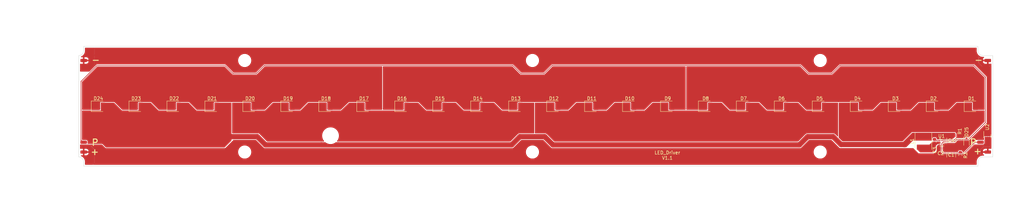
<source format=kicad_pcb>
(kicad_pcb (version 20221018) (generator pcbnew)
  (layers (0 "F.Cu" signal) (31 "B.Cu" signal) (34 "B.Paste" user) (35 "F.Paste" user) (36 "B.SilkS" user "B.Silkscreen") (37 "F.SilkS" user "F.Silkscreen") (38 "B.Mask" user) (39 "F.Mask" user) (44 "Edge.Cuts" user))
  (net 0 "")
  (net 1 "GND")
  (net 2 "+24V")
  (net 3 "Net-(U1-BOOT)")
  (net 4 "Net-(U1-SW)")
  (net 5 "Net-(D21-A)")
  (net 6 "Net-(D1-K)")
  (net 7 "Net-(D1-A)")
  (net 8 "Net-(D10-K)")
  (net 9 "Net-(D10-A)")
  (net 10 "Net-(D13-A)")
  (net 11 "Net-(D17-A)")
  (net 12 "Net-(D25-K)")
  (footprint "LED_SMD:LED_PLCC_2835" (layer "F.Cu") (at 331.76 94.5)
    (fp_text reference "D3" (at 0 -2.4) (layer "F.SilkS"))
    (fp_text value "JE2835AWT-R-U40GA0000-N0000001")
    (fp_line (start -2.2 -1.6) (end -2.2 1.6) (stroke (width 0.12)) (layer "F.SilkS"))
    (fp_line (start 1.4 -1.6) (end -2.2 -1.6) (stroke (width 0.12)) (layer "F.SilkS"))
    (fp_line (start 1.4 1.6) (end -2.2 1.6) (stroke (width 0.12)) (layer "F.SilkS"))
    (pad "1" smd rect (at -0.9 0) (size 2.2 2.2) (layers "F.Cu" "F.Paste" "F.Mask") (net 6 "Net-(D1-K)"))
    (pad "2" smd rect (at 1.375 0) (size 1.25 2.2) (layers "F.Cu" "F.Paste" "F.Mask") (net 7 "Net-(D1-A)"))
  )
  (footprint "LED_SMD:LED_PLCC_2835" (layer "F.Cu") (at 262.11 94.5)
    (fp_text reference "D9" (at 0 -2.4) (layer "F.SilkS"))
    (fp_text value "JE2835AWT-R-U40GA0000-N0000001")
    (fp_line (start -2.2 -1.6) (end -2.2 1.6) (stroke (width 0.12)) (layer "F.SilkS"))
    (fp_line (start 1.4 -1.6) (end -2.2 -1.6) (stroke (width 0.12)) (layer "F.SilkS"))
    (fp_line (start 1.4 1.6) (end -2.2 1.6) (stroke (width 0.12)) (layer "F.SilkS"))
    (pad "1" smd rect (at -0.9 0) (size 2.2 2.2) (layers "F.Cu" "F.Paste" "F.Mask") (net 8 "Net-(D10-K)"))
    (pad "2" smd rect (at 1.375 0) (size 1.25 2.2) (layers "F.Cu" "F.Paste" "F.Mask") (net 9 "Net-(D10-A)"))
  )
  (footprint "LED_SMD:LED_PLCC_2835" (layer "F.Cu") (at 169.22 94.5)
    (fp_text reference "D17" (at 0 -2.4) (layer "F.SilkS"))
    (fp_text value "JE2835AWT-R-U40GA0000-N0000001")
    (fp_line (start -2.2 -1.6) (end -2.2 1.6) (stroke (width 0.12)) (layer "F.SilkS"))
    (fp_line (start 1.4 -1.6) (end -2.2 -1.6) (stroke (width 0.12)) (layer "F.SilkS"))
    (fp_line (start 1.4 1.6) (end -2.2 1.6) (stroke (width 0.12)) (layer "F.SilkS"))
    (pad "1" smd rect (at -0.9 0) (size 2.2 2.2) (layers "F.Cu" "F.Paste" "F.Mask") (net 10 "Net-(D13-A)"))
    (pad "2" smd rect (at 1.375 0) (size 1.25 2.2) (layers "F.Cu" "F.Paste" "F.Mask") (net 11 "Net-(D17-A)"))
  )
  (footprint "MountingHole:MountingHole_3.2mm_M3" (layer "F.Cu") (at 308.75 80.5)
    (fp_text reference "H5" hide)
    (fp_text value "MountingHole")
    (pad "" np_thru_hole circle (at 0 0) (size 3.2 3.2) (drill 3.2) (layers "*.Cu" "*.Mask"))
  )
  (footprint "LED_SMD:LED_PLCC_2835" (layer "F.Cu") (at 320.15 94.5)
    (fp_text reference "D4" (at 0 -2.4) (layer "F.SilkS"))
    (fp_text value "JE2835AWT-R-U40GA0000-N0000001")
    (fp_line (start -2.2 -1.6) (end -2.2 1.6) (stroke (width 0.12)) (layer "F.SilkS"))
    (fp_line (start 1.4 -1.6) (end -2.2 -1.6) (stroke (width 0.12)) (layer "F.SilkS"))
    (fp_line (start 1.4 1.6) (end -2.2 1.6) (stroke (width 0.12)) (layer "F.SilkS"))
    (pad "1" smd rect (at -0.9 0) (size 2.2 2.2) (layers "F.Cu" "F.Paste" "F.Mask") (net 6 "Net-(D1-K)"))
    (pad "2" smd rect (at 1.375 0) (size 1.25 2.2) (layers "F.Cu" "F.Paste" "F.Mask") (net 7 "Net-(D1-A)"))
  )
  (footprint "MountingHole:MountingHole_3.2mm_M3" (layer "F.Cu") (at 220.75 80.5)
    (fp_text reference "H4" hide)
    (fp_text value "MountingHole")
    (pad "" np_thru_hole circle (at 0 0) (size 3.2 3.2) (drill 3.2) (layers "*.Cu" "*.Mask"))
  )
  (footprint "MountingHole:MountingHole_3.2mm_M3" (layer "F.Cu") (at 308.75 108.5)
    (fp_text reference "H3" hide)
    (fp_text value "MountingHole")
    (pad "" np_thru_hole circle (at 0 0) (size 3.2 3.2) (drill 3.2) (layers "*.Cu" "*.Mask"))
  )
  (footprint "LED_SMD:LED_PLCC_2835" (layer "F.Cu") (at 250.49 94.5)
    (fp_text reference "D10" (at 0 -2.4) (layer "F.SilkS"))
    (fp_text value "JE2835AWT-R-U40GA0000-N0000001")
    (fp_line (start -2.2 -1.6) (end -2.2 1.6) (stroke (width 0.12)) (layer "F.SilkS"))
    (fp_line (start 1.4 -1.6) (end -2.2 -1.6) (stroke (width 0.12)) (layer "F.SilkS"))
    (fp_line (start 1.4 1.6) (end -2.2 1.6) (stroke (width 0.12)) (layer "F.SilkS"))
    (pad "1" smd rect (at -0.9 0) (size 2.2 2.2) (layers "F.Cu" "F.Paste" "F.Mask") (net 8 "Net-(D10-K)"))
    (pad "2" smd rect (at 1.375 0) (size 1.25 2.2) (layers "F.Cu" "F.Paste" "F.Mask") (net 9 "Net-(D10-A)"))
  )
  (footprint "MountingHole:MountingHole_3.2mm_M3" (layer "F.Cu") (at 132.75 80.5)
    (fp_text reference "H7" hide)
    (fp_text value "MountingHole")
    (pad "" np_thru_hole circle (at 0 0) (size 3.2 3.2) (drill 3.2) (layers "*.Cu" "*.Mask"))
  )
  (footprint "LED_SMD:LED_PLCC_2835" (layer "F.Cu") (at 111.17 94.5)
    (fp_text reference "D22" (at 0 -2.4) (layer "F.SilkS"))
    (fp_text value "JE2835AWT-R-U40GA0000-N0000001")
    (fp_line (start -2.2 -1.6) (end -2.2 1.6) (stroke (width 0.12)) (layer "F.SilkS"))
    (fp_line (start 1.4 -1.6) (end -2.2 -1.6) (stroke (width 0.12)) (layer "F.SilkS"))
    (fp_line (start 1.4 1.6) (end -2.2 1.6) (stroke (width 0.12)) (layer "F.SilkS"))
    (pad "1" smd rect (at -0.9 0) (size 2.2 2.2) (layers "F.Cu" "F.Paste" "F.Mask") (net 11 "Net-(D17-A)"))
    (pad "2" smd rect (at 1.375 0) (size 1.25 2.2) (layers "F.Cu" "F.Paste" "F.Mask") (net 5 "Net-(D21-A)"))
  )
  (footprint "Inductor_SMD:L_Taiyo-Yuden_NR-50xx" (layer "F.Cu") (at 340.3 105.2 90)
    (fp_text reference "L1" (at 0 -3.45 90) (layer "F.SilkS"))
    (fp_text value "15µ")
    (fp_line (start -2.55 -2.55) (end 2.55 -2.55) (stroke (width 0.12)) (layer "F.SilkS"))
    (fp_line (start -2.55 2.55) (end 2.55 2.55) (stroke (width 0.12)) (layer "F.SilkS"))
    (pad "1" smd rect (at -1.8 0 90) (size 1.5 4) (layers "F.Cu" "F.Paste" "F.Mask") (net 4 "Net-(U1-SW)"))
    (pad "2" smd rect (at 1.8 0 90) (size 1.5 4) (layers "F.Cu" "F.Paste" "F.Mask") (net 5 "Net-(D21-A)"))
  )
  (footprint "LED_SMD:LED_PLCC_2835" (layer "F.Cu") (at 238.88 94.5)
    (fp_text reference "D11" (at 0 -2.4) (layer "F.SilkS"))
    (fp_text value "JE2835AWT-R-U40GA0000-N0000001")
    (fp_line (start -2.2 -1.6) (end -2.2 1.6) (stroke (width 0.12)) (layer "F.SilkS"))
    (fp_line (start 1.4 -1.6) (end -2.2 -1.6) (stroke (width 0.12)) (layer "F.SilkS"))
    (fp_line (start 1.4 1.6) (end -2.2 1.6) (stroke (width 0.12)) (layer "F.SilkS"))
    (pad "1" smd rect (at -0.9 0) (size 2.2 2.2) (layers "F.Cu" "F.Paste" "F.Mask") (net 8 "Net-(D10-K)"))
    (pad "2" smd rect (at 1.375 0) (size 1.25 2.2) (layers "F.Cu" "F.Paste" "F.Mask") (net 9 "Net-(D10-A)"))
  )
  (footprint "Diode_SMD:D_SOD-323" (layer "F.Cu") (at 353.5 105.4 -90)
    (fp_text reference "D25" (at -3.1 0 90) (layer "F.SilkS"))
    (fp_text value "3V3")
    (fp_line (start -1.5 -0.85) (end -1.5 0.85) (stroke (width 0.12)) (layer "F.SilkS"))
    (fp_line (start -1.5 -0.85) (end 1.05 -0.85) (stroke (width 0.12)) (layer "F.SilkS"))
    (fp_line (start -1.5 0.85) (end 1.05 0.85) (stroke (width 0.12)) (layer "F.SilkS"))
    (pad "1" smd rect (at -1.05 0 270) (size 0.6 0.45) (layers "F.Cu" "F.Paste" "F.Mask") (net 12 "Net-(D25-K)"))
    (pad "2" smd rect (at 1.05 0 270) (size 0.6 0.45) (layers "F.Cu" "F.Paste" "F.Mask") (net 1 "GND"))
  )
  (footprint "Capacitor_SMD:C_0603_1608Metric" (layer "F.Cu") (at 343.7 105.4 -90)
    (fp_text reference "C3" (at 2.5 -0.1 90) (layer "F.SilkS"))
    (fp_text value "100n")
    (fp_line (start -0.14058 -0.51) (end 0.14058 -0.51) (stroke (width 0.12)) (layer "F.SilkS"))
    (fp_line (start -0.14058 0.51) (end 0.14058 0.51) (stroke (width 0.12)) (layer "F.SilkS"))
    (pad "1" smd roundrect (at -0.775 0 270) (size 0.9 0.95) (layers "F.Cu" "F.Paste" "F.Mask") (net 3 "Net-(U1-BOOT)"))
    (pad "2" smd roundrect (at 0.775 0 270) (size 0.9 0.95) (layers "F.Cu" "F.Paste" "F.Mask") (net 4 "Net-(U1-SW)"))
  )
  (footprint "LED_SMD:LED_PLCC_2835" (layer "F.Cu") (at 308.54 94.5)
    (fp_text reference "D5" (at 0 -2.4) (layer "F.SilkS"))
    (fp_text value "JE2835AWT-R-U40GA0000-N0000001")
    (fp_line (start -2.2 -1.6) (end -2.2 1.6) (stroke (width 0.12)) (layer "F.SilkS"))
    (fp_line (start 1.4 -1.6) (end -2.2 -1.6) (stroke (width 0.12)) (layer "F.SilkS"))
    (fp_line (start 1.4 1.6) (end -2.2 1.6) (stroke (width 0.12)) (layer "F.SilkS"))
    (pad "1" smd rect (at -0.9 0) (size 2.2 2.2) (layers "F.Cu" "F.Paste" "F.Mask") (net 7 "Net-(D1-A)"))
    (pad "2" smd rect (at 1.375 0) (size 1.25 2.2) (layers "F.Cu" "F.Paste" "F.Mask") (net 8 "Net-(D10-K)"))
  )
  (footprint "LED_SMD:LED_PLCC_2835" (layer "F.Cu") (at 88 94.5)
    (fp_text reference "D24" (at 0 -2.4) (layer "F.SilkS"))
    (fp_text value "JE2835AWT-R-U40GA0000-N0000001")
    (fp_line (start -2.2 -1.6) (end -2.2 1.6) (stroke (width 0.12)) (layer "F.SilkS"))
    (fp_line (start 1.4 -1.6) (end -2.2 -1.6) (stroke (width 0.12)) (layer "F.SilkS"))
    (fp_line (start 1.4 1.6) (end -2.2 1.6) (stroke (width 0.12)) (layer "F.SilkS"))
    (pad "1" smd rect (at -0.9 0) (size 2.2 2.2) (layers "F.Cu" "F.Paste" "F.Mask") (net 11 "Net-(D17-A)"))
    (pad "2" smd rect (at 1.375 0) (size 1.25 2.2) (layers "F.Cu" "F.Paste" "F.Mask") (net 5 "Net-(D21-A)"))
  )
  (footprint "LED_SMD:LED_PLCC_2835" (layer "F.Cu") (at 227.27 94.5)
    (fp_text reference "D12" (at 0 -2.4) (layer "F.SilkS"))
    (fp_text value "JE2835AWT-R-U40GA0000-N0000001")
    (fp_line (start -2.2 -1.6) (end -2.2 1.6) (stroke (width 0.12)) (layer "F.SilkS"))
    (fp_line (start 1.4 -1.6) (end -2.2 -1.6) (stroke (width 0.12)) (layer "F.SilkS"))
    (fp_line (start 1.4 1.6) (end -2.2 1.6) (stroke (width 0.12)) (layer "F.SilkS"))
    (pad "1" smd rect (at -0.9 0) (size 2.2 2.2) (layers "F.Cu" "F.Paste" "F.Mask") (net 8 "Net-(D10-K)"))
    (pad "2" smd rect (at 1.375 0) (size 1.25 2.2) (layers "F.Cu" "F.Paste" "F.Mask") (net 9 "Net-(D10-A)"))
  )
  (footprint "LED_SMD:LED_PLCC_2835" (layer "F.Cu") (at 192.44 94.5)
    (fp_text reference "D15" (at 0 -2.4) (layer "F.SilkS"))
    (fp_text value "JE2835AWT-R-U40GA0000-N0000001")
    (fp_line (start -2.2 -1.6) (end -2.2 1.6) (stroke (width 0.12)) (layer "F.SilkS"))
    (fp_line (start 1.4 -1.6) (end -2.2 -1.6) (stroke (width 0.12)) (layer "F.SilkS"))
    (fp_line (start 1.4 1.6) (end -2.2 1.6) (stroke (width 0.12)) (layer "F.SilkS"))
    (pad "1" smd rect (at -0.9 0) (size 2.2 2.2) (layers "F.Cu" "F.Paste" "F.Mask") (net 9 "Net-(D10-A)"))
    (pad "2" smd rect (at 1.375 0) (size 1.25 2.2) (layers "F.Cu" "F.Paste" "F.Mask") (net 10 "Net-(D13-A)"))
  )
  (footprint "Bergi:Solderpad_1x2" (layer "F.Cu") (at 83.5 108.5)
    (fp_text reference "J2" hide)
    (fp_text value "Conn_01x01_Female")
    (pad "1" smd roundrect (at 0 0) (size 2 1) (layers "F.Cu" "F.Mask") (net 2 "+24V"))
  )
  (footprint "Bergi:Solderpad_1x2" (layer "F.Cu") (at 83.5 105.5)
    (fp_text reference "J4" hide)
    (fp_text value "Conn_01x01_Female")
    (pad "1" smd roundrect (at 0 0) (size 2 1) (layers "F.Cu" "F.Mask") (net 12 "Net-(D25-K)"))
  )
  (footprint "Bergi:VQFN-HR" (layer "F.Cu") (at 345.879 105.637)
    (fp_text reference "U1" (at -0.025 -2.037 unlocked) (layer "F.SilkS"))
    (fp_text value "TPS92200DxRXL")
    (fp_line (start -0.75 -1) (end 0.75 -1) (stroke (width 0.12)) (layer "F.SilkS"))
    (fp_line (start -0.75 0.475) (end -0.75 0.225) (stroke (width 0.12)) (layer "F.SilkS"))
    (fp_line (start -0.75 1) (end 0.75 1) (stroke (width 0.12)) (layer "F.SilkS"))
    (fp_line (start 0.75 0.475) (end 0.75 0) (stroke (width 0.12)) (layer "F.SilkS"))
    (fp_circle (center -0.5 -1.25) (end -0.45 -1.25) (stroke (width 0.12)) (fill none) (layer "F.SilkS"))
    (pad "1" smd roundrect (at -0.6 -0.7) (size 0.7 0.2) (layers "F.Cu" "F.Mask") (net 3 "Net-(U1-BOOT)"))
    (pad "2" smd roundrect (at -0.65 -0.05) (size 0.6 0.2) (layers "F.Cu" "F.Paste" "F.Mask") (net 4 "Net-(U1-SW)"))
    (pad "3" smd roundrect (at -0.6 0.75) (size 0.7 0.2) (layers "F.Cu" "F.Paste" "F.Mask") (net 2 "+24V"))
    (pad "4" smd roundrect (at 0.65 0.75) (size 0.6 0.2) (layers "F.Cu" "F.Paste" "F.Mask") (net 1 "GND"))
    (pad "5" smd roundrect (at 0.65 -0.275) (size 0.6 0.2) (layers "F.Cu" "F.Paste" "F.Mask") (net 12 "Net-(D25-K)"))
    (pad "6" smd custom (at 0.45 -0.775) (size 0.001 0.001) (layers "F.Cu" "F.Mask") (net 6 "Net-(D1-K)") (options (clearance outline) (anchor rect)) (primitives (gr_line (start -0.45 0.05) (end 0.45 0.05) (width 0.1)) (gr_line (start -0.45 -0.05) (end -0.45 0.25) (width 0.1)) (gr_line (start -0.45 -0.05) (end 0.45 -0.05) (width 0.1)) (gr_line (start 0.45 0.05) (end 0.45 -0.05) (width 0.1)) (gr_line (start -0.35 -0.05) (end -0.35 0.25) (width 0.1)) (gr_line (start -0.45 0.25) (end -0.35 0.25) (width 0.1))))
  )
  (footprint "LED_SMD:LED_PLCC_2835" (layer "F.Cu") (at 146 94.5)
    (fp_text reference "D19" (at 0 -2.4) (layer "F.SilkS"))
    (fp_text value "JE2835AWT-R-U40GA0000-N0000001")
    (fp_line (start -2.2 -1.6) (end -2.2 1.6) (stroke (width 0.12)) (layer "F.SilkS"))
    (fp_line (start 1.4 -1.6) (end -2.2 -1.6) (stroke (width 0.12)) (layer "F.SilkS"))
    (fp_line (start 1.4 1.6) (end -2.2 1.6) (stroke (width 0.12)) (layer "F.SilkS"))
    (pad "1" smd rect (at -0.9 0) (size 2.2 2.2) (layers "F.Cu" "F.Paste" "F.Mask") (net 10 "Net-(D13-A)"))
    (pad "2" smd rect (at 1.375 0) (size 1.25 2.2) (layers "F.Cu" "F.Paste" "F.Mask") (net 11 "Net-(D17-A)"))
  )
  (footprint "Resistor_SMD:R_0603_1608Metric" (layer "F.Cu") (at 351.6 109.4 90)
    (fp_text reference "R2" (at -0.1 1.6 90) (layer "F.SilkS"))
    (fp_text value "100k")
    (fp_line (start -0.237258 -0.5225) (end 0.237258 -0.5225) (stroke (width 0.12)) (layer "F.SilkS"))
    (fp_line (start -0.237258 0.5225) (end 0.237258 0.5225) (stroke (width 0.12)) (layer "F.SilkS"))
    (pad "1" smd roundrect (at -0.825 0 90) (size 0.8 0.95) (layers "F.Cu" "F.Paste" "F.Mask") (net 2 "+24V"))
    (pad "2" smd roundrect (at 0.825 0 90) (size 0.8 0.95) (layers "F.Cu" "F.Paste" "F.Mask") (net 12 "Net-(D25-K)"))
  )
  (footprint "MountingHole:MountingHole_4.3mm_M4" (layer "F.Cu") (at 159 103.5)
    (fp_text reference "H2" hide)
    (fp_text value "MountingHole")
    (pad "" np_thru_hole circle (at 0 0) (size 4.3 4.3) (drill 4.3) (layers "*.Cu" "*.Mask"))
  )
  (footprint "LED_SMD:LED_PLCC_2835" (layer "F.Cu") (at 99.56 94.5)
    (fp_text reference "D23" (at 0 -2.4) (layer "F.SilkS"))
    (fp_text value "JE2835AWT-R-U40GA0000-N0000001")
    (fp_line (start -2.2 -1.6) (end -2.2 1.6) (stroke (width 0.12)) (layer "F.SilkS"))
    (fp_line (start 1.4 -1.6) (end -2.2 -1.6) (stroke (width 0.12)) (layer "F.SilkS"))
    (fp_line (start 1.4 1.6) (end -2.2 1.6) (stroke (width 0.12)) (layer "F.SilkS"))
    (pad "1" smd rect (at -0.9 0) (size 2.2 2.2) (layers "F.Cu" "F.Paste" "F.Mask") (net 11 "Net-(D17-A)"))
    (pad "2" smd rect (at 1.375 0) (size 1.25 2.2) (layers "F.Cu" "F.Paste" "F.Mask") (net 5 "Net-(D21-A)"))
  )
  (footprint "Package_SON:WSON-6-1EP_2x2mm_P0.65mm_EP1x1.6mm" (layer "F.Cu") (at 359.875 103.15 -90)
    (fp_text reference "U2" (at -2.2875 0.025 90) (layer "F.SilkS"))
    (fp_text value "TVS2700DRV")
    (fp_line (start -1 1.11) (end 1 1.11) (stroke (width 0.12)) (layer "F.SilkS"))
    (fp_line (start 0 -1.11) (end 1 -1.11) (stroke (width 0.12)) (layer "F.SilkS"))
    (pad "1" smd roundrect (at -0.8875 -0.65 270) (size 0.375 0.4) (layers "F.Cu" "F.Paste" "F.Mask") (net 1 "GND"))
    (pad "2" smd roundrect (at -0.8875 0 270) (size 0.375 0.4) (layers "F.Cu" "F.Paste" "F.Mask") (net 1 "GND"))
    (pad "3" smd roundrect (at -0.8875 0.65 270) (size 0.375 0.4) (layers "F.Cu" "F.Paste" "F.Mask") (net 1 "GND"))
    (pad "4" smd roundrect (at 0.8875 0.65 270) (size 0.375 0.4) (layers "F.Cu" "F.Paste" "F.Mask") (net 2 "+24V"))
    (pad "5" smd roundrect (at 0.8875 0 270) (size 0.375 0.4) (layers "F.Cu" "F.Paste" "F.Mask") (net 2 "+24V"))
    (pad "6" smd roundrect (at 0.8875 -0.65 270) (size 0.375 0.4) (layers "F.Cu" "F.Paste" "F.Mask") (net 2 "+24V"))
    (pad "7" smd rect (at 0 0 270) (size 1 1.6) (layers "F.Cu" "F.Mask") (net 1 "GND"))
  )
  (footprint "MountingHole:MountingHole_3.2mm_M3" (layer "F.Cu") (at 132.75 108.5)
    (fp_text reference "H1" hide)
    (fp_text value "MountingHole")
    (pad "" np_thru_hole circle (at 0 0) (size 3.2 3.2) (drill 3.2) (layers "*.Cu" "*.Mask"))
  )
  (footprint "Bergi:Solderpad_1x2" (layer "F.Cu") (at 357.775 105.5)
    (fp_text reference "J3" hide)
    (fp_text value "Conn_01x01_Female")
    (pad "1" smd roundrect (at 0 0) (size 2 1) (layers "F.Cu" "F.Mask") (net 12 "Net-(D25-K)"))
  )
  (footprint "Capacitor_SMD:C_1210_3225Metric" (layer "F.Cu") (at 348.8 104.875 90)
    (fp_text reference "C4" (at -0.125 0) (layer "F.SilkS"))
    (fp_text value "10µ")
    (fp_line (start -0.711252 -1.36) (end 0.711252 -1.36) (stroke (width 0.12)) (layer "F.SilkS"))
    (fp_line (start -0.711252 1.36) (end 0.711252 1.36) (stroke (width 0.12)) (layer "F.SilkS"))
    (pad "1" smd roundrect (at -1.475 0 90) (size 1.15 2.7) (layers "F.Cu" "F.Paste" "F.Mask") (roundrect_rratio 0.2173913043) (net 1 "GND"))
    (pad "2" smd roundrect (at 1.475 0 90) (size 1.15 2.7) (layers "F.Cu" "F.Paste" "F.Mask") (roundrect_rratio 0.2173913043) (net 5 "Net-(D21-A)"))
  )
  (footprint "LED_SMD:LED_PLCC_2835" (layer "F.Cu") (at 204.05 94.5)
    (fp_text reference "D14" (at 0 -2.4) (layer "F.SilkS"))
    (fp_text value "JE2835AWT-R-U40GA0000-N0000001")
    (fp_line (start -2.2 -1.6) (end -2.2 1.6) (stroke (width 0.12)) (layer "F.SilkS"))
    (fp_line (start 1.4 -1.6) (end -2.2 -1.6) (stroke (width 0.12)) (layer "F.SilkS"))
    (fp_line (start 1.4 1.6) (end -2.2 1.6) (stroke (width 0.12)) (layer "F.SilkS"))
    (pad "1" smd rect (at -0.9 0) (size 2.2 2.2) (layers "F.Cu" "F.Paste" "F.Mask") (net 9 "Net-(D10-A)"))
    (pad "2" smd rect (at 1.375 0) (size 1.25 2.2) (layers "F.Cu" "F.Paste" "F.Mask") (net 10 "Net-(D13-A)"))
  )
  (footprint "LED_SMD:LED_PLCC_2835" (layer "F.Cu") (at 134.39 94.5)
    (fp_text reference "D20" (at 0 -2.4) (layer "F.SilkS"))
    (fp_text value "JE2835AWT-R-U40GA0000-N0000001")
    (fp_line (start -2.2 -1.6) (end -2.2 1.6) (stroke (width 0.12)) (layer "F.SilkS"))
    (fp_line (start 1.4 -1.6) (end -2.2 -1.6) (stroke (width 0.12)) (layer "F.SilkS"))
    (fp_line (start 1.4 1.6) (end -2.2 1.6) (stroke (width 0.12)) (layer "F.SilkS"))
    (pad "1" smd rect (at -0.9 0) (size 2.2 2.2) (layers "F.Cu" "F.Paste" "F.Mask") (net 10 "Net-(D13-A)"))
    (pad "2" smd rect (at 1.375 0) (size 1.25 2.2) (layers "F.Cu" "F.Paste" "F.Mask") (net 11 "Net-(D17-A)"))
  )
  (footprint "Capacitor_SMD:C_1210_3225Metric" (layer "F.Cu") (at 348.8 109.375 -90)
    (fp_text reference "C1" (at 0 0 180) (layer "F.SilkS"))
    (fp_text value "10µ")
    (fp_line (start -0.711252 -1.36) (end 0.711252 -1.36) (stroke (width 0.12)) (layer "F.SilkS"))
    (fp_line (start -0.711252 1.36) (end 0.711252 1.36) (stroke (width 0.12)) (layer "F.SilkS"))
    (pad "1" smd roundrect (at -1.475 0 270) (size 1.15 2.7) (layers "F.Cu" "F.Paste" "F.Mask") (roundrect_rratio 0.2173913043) (net 1 "GND"))
    (pad "2" smd roundrect (at 1.475 0 270) (size 1.15 2.7) (layers "F.Cu" "F.Paste" "F.Mask") (roundrect_rratio 0.2173913043) (net 2 "+24V"))
  )
  (footprint "LED_SMD:LED_PLCC_2835" (layer "F.Cu") (at 354.96 94.5)
    (fp_text reference "D1" (at 0 -2.4) (layer "F.SilkS"))
    (fp_text value "JE2835AWT-R-U40GA0000-N0000001")
    (fp_line (start -2.2 -1.6) (end -2.2 1.6) (stroke (width 0.12)) (layer "F.SilkS"))
    (fp_line (start 1.4 -1.6) (end -2.2 -1.6) (stroke (width 0.12)) (layer "F.SilkS"))
    (fp_line (start 1.4 1.6) (end -2.2 1.6) (stroke (width 0.12)) (layer "F.SilkS"))
    (pad "1" smd rect (at -0.9 0) (size 2.2 2.2) (layers "F.Cu" "F.Paste" "F.Mask") (net 6 "Net-(D1-K)"))
    (pad "2" smd rect (at 1.375 0) (size 1.25 2.2) (layers "F.Cu" "F.Paste" "F.Mask") (net 7 "Net-(D1-A)"))
  )
  (footprint "Bergi:Solderpad_1x2" (layer "F.Cu") (at 83.5 80.5)
    (fp_text reference "J5" hide)
    (fp_text value "Conn_01x01_Female")
    (pad "1" smd roundrect (at 0 0) (size 2 1) (layers "F.Cu" "F.Mask") (net 1 "GND"))
  )
  (footprint "Bergi:Solderpad_1x2" (layer "F.Cu") (at 360 108.5)
    (fp_text reference "J1" hide)
    (fp_text value "Conn_01x01_Female")
    (pad "1" smd roundrect (at 0 0) (size 2 1) (layers "F.Cu" "F.Mask") (net 2 "+24V"))
  )
  (footprint "LED_SMD:LED_PLCC_2835" (layer "F.Cu") (at 215.66 94.5)
    (fp_text reference "D13" (at 0 -2.4) (layer "F.SilkS"))
    (fp_text value "JE2835AWT-R-U40GA0000-N0000001")
    (fp_line (start -2.2 -1.6) (end -2.2 1.6) (stroke (width 0.12)) (layer "F.SilkS"))
    (fp_line (start 1.4 -1.6) (end -2.2 -1.6) (stroke (width 0.12)) (layer "F.SilkS"))
    (fp_line (start 1.4 1.6) (end -2.2 1.6) (stroke (width 0.12)) (layer "F.SilkS"))
    (pad "1" smd rect (at -0.9 0) (size 2.2 2.2) (layers "F.Cu" "F.Paste" "F.Mask") (net 9 "Net-(D10-A)"))
    (pad "2" smd rect (at 1.375 0) (size 1.25 2.2) (layers "F.Cu" "F.Paste" "F.Mask") (net 10 "Net-(D13-A)"))
  )
  (footprint "Bergi:Solderpad_1x2" (layer "F.Cu") (at 360 80.5)
    (fp_text reference "J6" hide)
    (fp_text value "Conn_01x01_Female")
    (pad "1" smd roundrect (at 0 0) (size 2 1) (layers "F.Cu" "F.Mask") (net 1 "GND"))
  )
  (footprint "LED_SMD:LED_PLCC_2835" (layer "F.Cu") (at 157.61 94.5)
    (fp_text reference "D18" (at 0 -2.4) (layer "F.SilkS"))
    (fp_text value "JE2835AWT-R-U40GA0000-N0000001")
    (fp_line (start -2.2 -1.6) (end -2.2 1.6) (stroke (width 0.12)) (layer "F.SilkS"))
    (fp_line (start 1.4 -1.6) (end -2.2 -1.6) (stroke (width 0.12)) (layer "F.SilkS"))
    (fp_line (start 1.4 1.6) (end -2.2 1.6) (stroke (width 0.12)) (layer "F.SilkS"))
    (pad "1" smd rect (at -0.9 0) (size 2.2 2.2) (layers "F.Cu" "F.Paste" "F.Mask") (net 10 "Net-(D13-A)"))
    (pad "2" smd rect (at 1.375 0) (size 1.25 2.2) (layers "F.Cu" "F.Paste" "F.Mask") (net 11 "Net-(D17-A)"))
  )
  (footprint "LED_SMD:LED_PLCC_2835" (layer "F.Cu") (at 296.93 94.5)
    (fp_text reference "D6" (at 0 -2.4) (layer "F.SilkS"))
    (fp_text value "JE2835AWT-R-U40GA0000-N0000001")
    (fp_line (start -2.2 -1.6) (end -2.2 1.6) (stroke (width 0.12)) (layer "F.SilkS"))
    (fp_line (start 1.4 -1.6) (end -2.2 -1.6) (stroke (width 0.12)) (layer "F.SilkS"))
    (fp_line (start 1.4 1.6) (end -2.2 1.6) (stroke (width 0.12)) (layer "F.SilkS"))
    (pad "1" smd rect (at -0.9 0) (size 2.2 2.2) (layers "F.Cu" "F.Paste" "F.Mask") (net 7 "Net-(D1-A)"))
    (pad "2" smd rect (at 1.375 0) (size 1.25 2.2) (layers "F.Cu" "F.Paste" "F.Mask") (net 8 "Net-(D10-K)"))
  )
  (footprint "LED_SMD:LED_PLCC_2835" (layer "F.Cu") (at 285.32 94.5)
    (fp_text reference "D7" (at 0 -2.4) (layer "F.SilkS"))
    (fp_text value "JE2835AWT-R-U40GA0000-N0000001")
    (fp_line (start -2.2 -1.6) (end -2.2 1.6) (stroke (width 0.12)) (layer "F.SilkS"))
    (fp_line (start 1.4 -1.6) (end -2.2 -1.6) (stroke (width 0.12)) (layer "F.SilkS"))
    (fp_line (start 1.4 1.6) (end -2.2 1.6) (stroke (width 0.12)) (layer "F.SilkS"))
    (pad "1" smd rect (at -0.9 0) (size 2.2 2.2) (layers "F.Cu" "F.Paste" "F.Mask") (net 7 "Net-(D1-A)"))
    (pad "2" smd rect (at 1.375 0) (size 1.25 2.2) (layers "F.Cu" "F.Paste" "F.Mask") (net 8 "Net-(D10-K)"))
  )
  (footprint "LED_SMD:LED_PLCC_2835" (layer "F.Cu") (at 273.71 94.5)
    (fp_text reference "D8" (at 0 -2.4) (layer "F.SilkS"))
    (fp_text value "JE2835AWT-R-U40GA0000-N0000001")
    (fp_line (start -2.2 -1.6) (end -2.2 1.6) (stroke (width 0.12)) (layer "F.SilkS"))
    (fp_line (start 1.4 -1.6) (end -2.2 -1.6) (stroke (width 0.12)) (layer "F.SilkS"))
    (fp_line (start 1.4 1.6) (end -2.2 1.6) (stroke (width 0.12)) (layer "F.SilkS"))
    (pad "1" smd rect (at -0.9 0) (size 2.2 2.2) (layers "F.Cu" "F.Paste" "F.Mask") (net 7 "Net-(D1-A)"))
    (pad "2" smd rect (at 1.375 0) (size 1.25 2.2) (layers "F.Cu" "F.Paste" "F.Mask") (net 8 "Net-(D10-K)"))
  )
  (footprint "Capacitor_SMD:C_0603_1608Metric" (layer "F.Cu") (at 345.93 107.4 180)
    (fp_text reference "C2" (at 0.33 -1.5) (layer "F.SilkS"))
    (fp_text value "100n")
    (fp_line (start -0.14058 -0.51) (end 0.14058 -0.51) (stroke (width 0.12)) (layer "F.SilkS"))
    (fp_line (start -0.14058 0.51) (end 0.14058 0.51) (stroke (width 0.12)) (layer "F.SilkS"))
    (pad "1" smd roundrect (at -0.775 0 180) (size 0.9 0.95) (layers "F.Cu" "F.Paste" "F.Mask") (net 1 "GND"))
    (pad "2" smd roundrect (at 0.775 0 180) (size 0.9 0.95) (layers "F.Cu" "F.Paste" "F.Mask") (net 2 "+24V"))
  )
  (footprint "Resistor_SMD:R_0603_1608Metric" (layer "F.Cu") (at 351.4 104.55 -90)
    (fp_text reference "R1" (at -2.4 -0.05 90) (layer "F.SilkS"))
    (fp_text value "0R36")
    (fp_line (start -0.237258 -0.5225) (end 0.237258 -0.5225) (stroke (width 0.12)) (layer "F.SilkS"))
    (fp_line (start -0.237258 0.5225) (end 0.237258 0.5225) (stroke (width 0.12)) (layer "F.SilkS"))
    (pad "1" smd roundrect (at -0.825 0 270) (size 0.8 0.95) (layers "F.Cu" "F.Paste" "F.Mask") (net 6 "Net-(D1-K)"))
    (pad "2" smd roundrect (at 0.825 0 270) (size 0.8 0.95) (layers "F.Cu" "F.Paste" "F.Mask") (net 1 "GND"))
  )
  (footprint "LED_SMD:LED_PLCC_2835" (layer "F.Cu") (at 122.78 94.5)
    (fp_text reference "D21" (at 0 -2.4) (layer "F.SilkS"))
    (fp_text value "JE2835AWT-R-U40GA0000-N0000001")
    (fp_line (start -2.2 -1.6) (end -2.2 1.6) (stroke (width 0.12)) (layer "F.SilkS"))
    (fp_line (start 1.4 -1.6) (end -2.2 -1.6) (stroke (width 0.12)) (layer "F.SilkS"))
    (fp_line (start 1.4 1.6) (end -2.2 1.6) (stroke (width 0.12)) (layer "F.SilkS"))
    (pad "1" smd rect (at -0.9 0) (size 2.2 2.2) (layers "F.Cu" "F.Paste" "F.Mask") (net 11 "Net-(D17-A)"))
    (pad "2" smd rect (at 1.375 0) (size 1.25 2.2) (layers "F.Cu" "F.Paste" "F.Mask") (net 5 "Net-(D21-A)"))
  )
  (footprint "LED_SMD:LED_PLCC_2835" (layer "F.Cu") (at 343.37 94.5)
    (fp_text reference "D2" (at 0 -2.4) (layer "F.SilkS"))
    (fp_text value "JE2835AWT-R-U40GA0000-N0000001")
    (fp_line (start -2.2 -1.6) (end -2.2 1.6) (stroke (width 0.12)) (layer "F.SilkS"))
    (fp_line (start 1.4 -1.6) (end -2.2 -1.6) (stroke (width 0.12)) (layer "F.SilkS"))
    (fp_line (start 1.4 1.6) (end -2.2 1.6) (stroke (width 0.12)) (layer "F.SilkS"))
    (pad "1" smd rect (at -0.9 0) (size 2.2 2.2) (layers "F.Cu" "F.Paste" "F.Mask") (net 6 "Net-(D1-K)"))
    (pad "2" smd rect (at 1.375 0) (size 1.25 2.2) (layers "F.Cu" "F.Paste" "F.Mask") (net 7 "Net-(D1-A)"))
  )
  (footprint "LED_SMD:LED_PLCC_2835" (layer "F.Cu") (at 180.83 94.5)
    (fp_text reference "D16" (at 0 -2.4) (layer "F.SilkS"))
    (fp_text value "JE2835AWT-R-U40GA0000-N0000001")
    (fp_line (start -2.2 -1.6) (end -2.2 1.6) (stroke (width 0.12)) (layer "F.SilkS"))
    (fp_line (start 1.4 -1.6) (end -2.2 -1.6) (stroke (width 0.12)) (layer "F.SilkS"))
    (fp_line (start 1.4 1.6) (end -2.2 1.6) (stroke (width 0.12)) (layer "F.SilkS"))
    (pad "1" smd rect (at -0.9 0) (size 2.2 2.2) (layers "F.Cu" "F.Paste" "F.Mask") (net 9 "Net-(D10-A)"))
    (pad "2" smd rect (at 1.375 0) (size 1.25 2.2) (layers "F.Cu" "F.Paste" "F.Mask") (net 10 "Net-(D13-A)"))
  )
  (footprint "MountingHole:MountingHole_3.2mm_M3" (layer "F.Cu") (at 220.75 108.5)
    (fp_text reference "H6" hide)
    (fp_text value "MountingHole")
    (pad "" np_thru_hole circle (at 0 0) (size 3.2 3.2) (drill 3.2) (layers "*.Cu" "*.Mask"))
  )
  (gr_line (start 82 79) (end 82 110) (stroke (width 0.1)) (layer "Edge.Cuts"))
  (gr_line (start 361.5 79) (end 361.5 110) (stroke (width 0.1)) (layer "Edge.Cuts"))
  (gr_line (start 357 111.5) (end 357 112.8) (stroke (width 0.1)) (layer "Edge.Cuts"))
  (gr_line (start 361.5 110) (end 358.5 110) (stroke (width 0.1)) (layer "Edge.Cuts"))
  (gr_line (start 357 112.8) (end 83.5 112.8) (stroke (width 0.1)) (layer "Edge.Cuts"))
  (gr_arc (start 358.5 79) (mid 357.43934 78.56066) (end 357 77.5) (stroke (width 0.1)) (layer "Edge.Cuts"))
  (gr_arc (start 82 110) (mid 83.06066 110.43934) (end 83.5 111.5) (stroke (width 0.1)) (layer "Edge.Cuts"))
  (gr_line (start 357 76.2) (end 83.5 76.2) (stroke (width 0.1)) (layer "Edge.Cuts"))
  (gr_line (start 361.5 79) (end 358.5 79) (stroke (width 0.1)) (layer "Edge.Cuts"))
  (gr_arc (start 357 111.5) (mid 357.43934 110.43934) (end 358.5 110) (stroke (width 0.1)) (layer "Edge.Cuts"))
  (gr_line (start 83.5 112.8) (end 83.5 111.5) (stroke (width 0.1)) (layer "Edge.Cuts"))
  (gr_arc (start 83.5 77.5) (mid 83.06066 78.56066) (end 82 79) (stroke (width 0.1)) (layer "Edge.Cuts"))
  (gr_line (start 357 77.5) (end 357 76.2) (stroke (width 0.1)) (layer "Edge.Cuts"))
  (gr_line (start 83.5 76.2) (end 83.5 77.5) (stroke (width 0.1)) (layer "Edge.Cuts"))
  (gr_text "LED_Driver\nV1.1" (at 262 109.5) (layer "F.SilkS") (effects (font (size 1 1))))
  (gr_text "-" (at 357.2 80.3) (layer "F.SilkS") (effects (font (size 2 2) (thickness 0.3))))
  (gr_text "P" (at 87 105.6) (layer "F.SilkS") (effects (font (size 2 2) (thickness 0.3))))
  (gr_text "P" (at 355.57 105.55) (layer "F.SilkS") (effects (font (size 2 2) (thickness 0.3))))
  (gr_text "-" (at 87.2 80.3) (layer "F.SilkS") (effects (font (size 2 2) (thickness 0.3))))
  (gr_text "+" (at 86.9 108.4) (layer "F.SilkS") (effects (font (size 2 2) (thickness 0.3))))
  (gr_text "+" (at 356.9 108.2) (layer "F.SilkS") (effects (font (size 2 2) (thickness 0.3))))
  (segment (start 350.875 106.35) (end 351.825 105.4) (width 0.2) (layer "F.Cu") (net 1))
  (segment (start 360 82.4) (end 358.7 83.7) (width 0.2) (layer "F.Cu") (net 1))
  (segment (start 85.1 80.5) (end 83.5 80.5) (width 0.2) (layer "F.Cu") (net 1))
  (segment (start 87.6 78) (end 85.1 80.5) (width 0.2) (layer "F.Cu") (net 1))
  (segment (start 360 85) (end 357.75 82.75) (width 0.2) (layer "F.Cu") (net 1))
  (segment (start 354.15 105.4) (end 360 99.55) (width 0.2) (layer "F.Cu") (net 1))
  (segment (start 348.8 106.35) (end 348.8 107.9) (width 0.2) (layer "F.Cu") (net 1))
  (segment (start 346.529 107.224) (end 346.705 107.4) (width 0.2) (layer "F.Cu") (net 1))
  (segment (start 348.8 106.35) (end 350.875 106.35) (width 0.2) (layer "F.Cu") (net 1))
  (segment (start 357.75 82.75) (end 353 78) (width 0.2) (layer "F.Cu") (net 1))
  (segment (start 351.825 105.4) (end 354.15 105.4) (width 0.2) (layer "F.Cu") (net 1))
  (segment (start 360 99.55) (end 360 85) (width 0.2) (layer "F.Cu") (net 1))
  (segment (start 353 78) (end 87.6 78) (width 0.2) (layer "F.Cu") (net 1))
  (segment (start 348.8 107.9) (end 347.205 107.9) (width 0.2) (layer "F.Cu") (net 1))
  (segment (start 347.205 107.9) (end 346.705 107.4) (width 0.2) (layer "F.Cu") (net 1))
  (segment (start 346.529 106.387) (end 346.529 107.224) (width 0.2) (layer "F.Cu") (net 1))
  (segment (start 360 80.5) (end 360 82.4) (width 0.2) (layer "F.Cu") (net 1))
  (segment (start 345.155 109.355) (end 345.155 107.4) (width 0.2) (layer "F.Cu") (net 2))
  (segment (start 360 108.5) (end 356.3 108.5) (width 0.2) (layer "F.Cu") (net 2))
  (segment (start 348.8 110.85) (end 345.95 110.85) (width 0.2) (layer "F.Cu") (net 2))
  (segment (start 345.95 110.85) (end 345.155 110.055) (width 0.2) (layer "F.Cu") (net 2))
  (segment (start 345.155 110.055) (end 345.155 109.355) (width 0.2) (layer "F.Cu") (net 2))
  (segment (start 344.6 110.6) (end 88.5 110.6) (width 0.2) (layer "F.Cu") (net 2))
  (segment (start 88.5 110.6) (end 86.4 108.5) (width 0.2) (layer "F.Cu") (net 2))
  (segment (start 356.3 108.5) (end 353.95 110.85) (width 0.2) (layer "F.Cu") (net 2))
  (segment (start 353.95 110.85) (end 348.8 110.85) (width 0.2) (layer "F.Cu") (net 2))
  (segment (start 345.155 109.355) (end 345.155 110.045) (width 0.2) (layer "F.Cu") (net 2))
  (segment (start 345.155 106.511) (end 345.279 106.387) (width 0.2) (layer "F.Cu") (net 2))
  (segment (start 345.155 107.4) (end 345.155 106.511) (width 0.2) (layer "F.Cu") (net 2))
  (segment (start 86.4 108.5) (end 83.5 108.5) (width 0.2) (layer "F.Cu") (net 2))
  (segment (start 345.155 110.045) (end 344.6 110.6) (width 0.2) (layer "F.Cu") (net 2))
  (segment (start 344.283 104.937) (end 343.7 104.354) (width 0.2) (layer "F.Cu") (net 3))
  (segment (start 345.279 104.937) (end 344.283 104.937) (width 0.2) (layer "F.Cu") (net 3))
  (segment (start 344.017 105.587) (end 342.604 107) (width 0.2) (layer "F.Cu") (net 4))
  (segment (start 345.229 105.587) (end 344.017 105.587) (width 0.2) (layer "F.Cu") (net 4))
  (segment (start 342.604 107) (end 340.908 107) (width 0.2) (layer "F.Cu") (net 4))
  (segment (start 136.6 103.8) (end 128.1 103.8) (width 1.6) (layer "F.Cu") (net 5))
  (segment (start 216.9 103.8) (end 224.5 103.8) (width 1.6) (layer "F.Cu") (net 5))
  (segment (start 334.6 106.2) (end 335.3 105.5) (width 1.6) (layer "F.Cu") (net 5))
  (segment (start 95.9 106.7) (end 89.375 100.175) (width 0.2) (layer "F.Cu") (net 5))
  (segment (start 336.475 103.425) (end 339.783 103.425) (width 0.2) (layer "F.Cu") (net 5))
  (segment (start 100.935 94.5) (end 100.935 105.535) (width 0.2) (layer "F.Cu") (net 5))
  (segment (start 89.375 100.175) (end 89.375 94.5) (width 0.2) (layer "F.Cu") (net 5))
  (segment (start 156.1 106.3) (end 139.1 106.3) (width 1.6) (layer "F.Cu") (net 5))
  (segment (start 337.375 103.425) (end 335.3 105.5) (width 0.2) (layer "F.Cu") (net 5))
  (segment (start 102.1 106.7) (end 95.9 106.7) (width 0.2) (layer "F.Cu") (net 5))
  (segment (start 114 106.7) (end 125.2 106.7) (width 0.2) (layer "F.Cu") (net 5))
  (segment (start 227 106.3) (end 302.4 106.3) (width 1.6) (layer "F.Cu") (net 5))
  (segment (start 112.545 94.5) (end 112.545 105.245) (width 0.2) (layer "F.Cu") (net 5))
  (segment (start 339.783 103.425) (end 337.375 103.425) (width 0.2) (layer "F.Cu") (net 5))
  (segment (start 114 106.7) (end 102.1 106.7) (width 0.2) (layer "F.Cu") (net 5))
  (segment (start 139.1 106.3) (end 136.6 103.8) (width 1.6) (layer "F.Cu") (net 5))
  (segment (start 161.1 106.6) (end 156.4 106.6) (width 1) (layer "F.Cu") (net 5))
  (segment (start 315.1 106.2) (end 334.6 106.2) (width 1.6) (layer "F.Cu") (net 5))
  (segment (start 156.4 106.6) (end 156.1 106.3) (width 1) (layer "F.Cu") (net 5))
  (segment (start 312.7 103.8) (end 315.1 106.2) (width 1.6) (layer "F.Cu") (net 5))
  (segment (start 224.5 103.8) (end 227 106.3) (width 1.6) (layer "F.Cu") (net 5))
  (segment (start 125.2 106.7) (end 128.1 103.8) (width 0.2) (layer "F.Cu") (net 5))
  (segment (start 124.155 106.7) (end 124.155 94.5) (width 0.2) (layer "F.Cu") (net 5))
  (segment (start 302.4 106.3) (end 304.9 103.8) (width 1.6) (layer "F.Cu") (net 5))
  (segment (start 161.4 106.3) (end 161.1 106.6) (width 1) (layer "F.Cu") (net 5))
  (segment (start 348.775 103.425) (end 339.783 103.425) (width 0.2) (layer "F.Cu") (net 5))
  (segment (start 304.9 103.8) (end 312.7 103.8) (width 1.6) (layer "F.Cu") (net 5))
  (segment (start 348.8 103.4) (end 348.775 103.425) (width 0.2) (layer "F.Cu") (net 5))
  (segment (start 214.4 106.3) (end 216.9 103.8) (width 1.6) (layer "F.Cu") (net 5))
  (segment (start 161.4 106.3) (end 214.4 106.3) (width 1.6) (layer "F.Cu") (net 5))
  (segment (start 128.1 103.8) (end 128 103.7) (width 1.6) (layer "F.Cu") (net 5))
  (segment (start 100.935 105.535) (end 102.1 106.7) (width 0.2) (layer "F.Cu") (net 5))
  (segment (start 333.2 106.7) (end 336.475 103.425) (width 0.2) (layer "F.Cu") (net 5))
  (segment (start 112.545 105.245) (end 114 106.7) (width 0.2) (layer "F.Cu") (net 5))
  (segment (start 330.86 99.06) (end 330.86 94.5) (width 0.2) (layer "F.Cu") (net 6))
  (segment (start 350.1 100.3) (end 343.4 100.3) (width 0.2) (layer "F.Cu") (net 6))
  (segment (start 346.329 104.862) (end 349.713 104.862) (width 0.2) (layer "F.Cu") (net 6))
  (segment (start 351.9 103.675) (end 352.1875 103.3875) (width 0.2) (layer "F.Cu") (net 6))
  (segment (start 352.1875 102.3875) (end 354.06 100.515) (width 0.2) (layer "F.Cu") (net 6))
  (segment (start 342.47 99.37) (end 342.47 94.5) (width 0.2) (layer "F.Cu") (net 6))
  (segment (start 343.4 100.3) (end 342.47 99.37) (width 0.2) (layer "F.Cu") (net 6))
  (segment (start 332.1 100.3) (end 330.86 99.06) (width 0.2) (layer "F.Cu") (net 6))
  (segment (start 332.1 100.3) (end 321 100.3) (width 0.2) (layer "F.Cu") (net 6))
  (segment (start 321 100.3) (end 319.25 98.55) (width 0.2) (layer "F.Cu") (net 6))
  (segment (start 349.713 104.862) (end 350.9 103.675) (width 0.2) (layer "F.Cu") (net 6))
  (segment (start 354.06 100.515) (end 354.06 94.5) (width 0.2) (layer "F.Cu") (net 6))
  (segment (start 319.25 98.55) (end 319.25 94.5) (width 0.2) (layer "F.Cu") (net 6))
  (segment (start 343.4 100.3) (end 332.1 100.3) (width 0.2) (layer "F.Cu") (net 6))
  (segment (start 352.1875 103.3875) (end 352.1875 102.3875) (width 0.2) (layer "F.Cu") (net 6))
  (segment (start 350.9 103.675) (end 351.9 103.675) (width 0.2) (layer "F.Cu") (net 6))
  (segment (start 352.1875 102.3875) (end 350.1 100.3) (width 0.2) (layer "F.Cu") (net 6))
  (segment (start 302.7 82) (end 305.2 84.5) (width 0.2) (layer "F.Cu") (net 12))
  (segment (start 356.1 105.5) (end 357.775 105.5) (width 0.2) (layer "F.Cu") (net 12))
  (segment (start 224.3 84.5) (end 226.8 82) (width 0.2) (layer "F.Cu") (net 12))
  (segment (start 359.3 85.6) (end 359.3 99.45) (width 0.2) (layer "F.Cu") (net 12))
  (segment (start 87.5 82.1) (end 126.8 82.1) (width 0.2) (layer "F.Cu") (net 12))
  (segment (start 349.838 105.362) (end 346.529 105.362) (width 0.2) (layer "F.Cu") (net 12))
  (segment (start 350.6 104.6) (end 349.838 105.362) (width 0.2) (layer "F.Cu") (net 12))
  (segment (start 345.929 105.871) (end 346.438 105.362) (width 0.2) (layer "F.Cu") (net 12))
  (segment (start 314.8 82) (end 355.7 82) (width 0.2) (layer "F.Cu") (net 12))
  (segment (start 126.8 82.1) (end 129.2 84.5) (width 0.2) (layer "F.Cu") (net 12))
  (segment (start 352.8 108.8) (end 346.37 108.8) (width 0.2) (layer "F.Cu") (net 12))
  (segment (start 355.7 82) (end 359.3 85.6) (width 0.2) (layer "F.Cu") (net 12))
  (segment (start 226.8 82) (end 302.7 82) (width 0.2) (layer "F.Cu") (net 12))
  (segment (start 82.7 86.9) (end 87.5 82.1) (width 0.2) (layer "F.Cu") (net 12))
  (segment (start 305.2 84.5) (end 312.3 84.5) (width 0.2) (layer "F.Cu") (net 12))
  (segment (start 346.438 105.362) (end 346.529 105.362) (width 0.2) (layer "F.Cu") (net 12))
  (segment (start 83.275 105.5) (end 82.7 104.925) (width 0.2) (layer "F.Cu") (net 12))
  (segment (start 129.2 84.5) (end 136.3 84.5) (width 0.2) (layer "F.Cu") (net 12))
  (segment (start 214.7 82) (end 217.2 84.5) (width 0.2) (layer "F.Cu") (net 12))
  (segment (start 138.8 82) (end 214.7 82) (width 0.2) (layer "F.Cu") (net 12))
  (segment (start 136.3 84.5) (end 138.8 82) (width 0.2) (layer "F.Cu") (net 12))
  (segment (start 345.929 108.359) (end 345.929 105.871) (width 0.2) (layer "F.Cu") (net 12))
  (segment (start 354.15 104.6) (end 350.6 104.6) (width 0.2) (layer "F.Cu") (net 12))
  (segment (start 356.1 105.5) (end 352.8 108.8) (width 0.2) (layer "F.Cu") (net 12))
  (segment (start 82.7 104.925) (end 82.7 86.9) (width 0.2) (layer "F.Cu") (net 12))
  (segment (start 217.2 84.5) (end 224.3 84.5) (width 0.2) (layer "F.Cu") (net 12))
  (segment (start 83.5 105.5) (end 83.275 105.5) (width 0.2) (layer "F.Cu") (net 12))
  (segment (start 312.3 84.5) (end 314.8 82) (width 0.2) (layer "F.Cu") (net 12))
  (segment (start 346.37 108.8) (end 345.929 108.359) (width 0.2) (layer "F.Cu") (net 12))
  (segment (start 359.3 99.45) (end 354.15 104.6) (width 0.2) (layer "F.Cu") (net 12))
  (zone (net 6) (net_name "Net-(D1-K)") (layer "F.Cu") (priority 10) (connect_pads yes (clearance 0.2)) (min_thickness 0.2) (fill yes (thermal_gap 0.508) (thermal_bridge_width 0.508) (smoothing fillet))
    (polygon (pts (xy 320.3 95.8) (xy 324.9 95.8) (xy 327.3 93.4) (xy 332 93.4) (xy 332 95.8) (xy 336.5 95.8) (xy 338.9 93.4) (xy 343.6 93.4) (xy 343.6 95.8) (xy 348.1 95.8) (xy 350.5 93.4) (xy 355.2 93.4) (xy 355.2 95.8) (xy 359 95.8) (xy 359 99.2) (xy 354 104.2) (xy 350.4 104.2) (xy 350.4 102.8) (xy 350 102.4) (xy 336.8 102.4) (xy 334 105.2) (xy 315.5 105.2) (xy 314.4 104.1) (xy 314.4 93.4) (xy 320.3 93.4)))
  )
  (zone (net 5) (net_name "Net-(D21-A)") (layer "F.Cu") (connect_pads yes (clearance 0.2)) (min_thickness 0.2) (fill yes (thermal_gap 0.508) (thermal_bridge_width 0.508) (smoothing fillet))
    (polygon (pts (xy 334 107) (xy 334 105.5) (xy 336.9 102.6) (xy 349.9 102.6) (xy 350.1 102.8) (xy 350.1 103.7) (xy 349.2 104.6) (xy 343.4 104.6) (xy 343 105) (xy 337.1 105) (xy 335.1 107)))
  )
  (zone (net 2) (net_name "+24V") (layer "F.Cu") (connect_pads yes (clearance 0.2)) (min_thickness 0.2) (fill yes (thermal_gap 0.508) (thermal_bridge_width 0.508) (smoothing fillet))
    (polygon (pts (xy 90.2 107.3) (xy 126.8 107.3) (xy 129.3 104.8) (xy 136.2 104.8) (xy 138.7 107.3) (xy 214.8 107.3) (xy 217.3 104.8) (xy 224.1 104.8) (xy 226.6 107.3) (xy 302.8 107.3) (xy 305.3 104.8) (xy 312.2 104.8) (xy 314.7 107.3) (xy 337.2 107.3) (xy 338.8 108.9) (xy 343.6 108.9) (xy 344.4 108.1) (xy 344.4 106.7) (xy 344.8 106.3) (xy 345.6 106.3) (xy 345.6 108.5) (xy 346.2 109.1) (xy 353 109.1) (xy 355.830993 106.203647) (xy 358.588459 106.200474) (xy 358.97 105.782838) (xy 358.97 103.85) (xy 361.3174 103.85) (xy 361.336 107.57) (xy 358.95509 107.57) (xy 358.651116 107.87733) (xy 358.648342 109.854655) (xy 357.679914 109.858144) (xy 356.76 110.805268) (xy 356.76 112.55) (xy 85.27 112.55) (xy 85.27 106.2) (xy 89.1 106.2)))
  )
  (zone (net 8) (net_name "Net-(D10-K)") (layer "F.Cu") (priority 10) (connect_pads yes (clearance 0.2)) (min_thickness 0.2) (fill yes (thermal_gap 0.508) (thermal_bridge_width 0.508) (smoothing fillet))
    (polygon (pts (xy 227.5 95.8) (xy 231.8 95.8) (xy 234.2 93.4) (xy 239.1 93.4) (xy 239.1 95.8) (xy 243.5 95.8) (xy 245.9 93.4) (xy 250.7 93.4) (xy 250.7 95.8) (xy 255.1 95.8) (xy 257.5 93.4) (xy 262.3 93.4) (xy 262.3 95.8) (xy 274.5 95.8) (xy 274.5 93.4) (xy 278.6 93.4) (xy 281 95.8) (xy 286.1 95.8) (xy 286.1 93.4) (xy 290 93.4) (xy 292.4 95.8) (xy 297.7 95.8) (xy 297.7 93.4) (xy 302 93.4) (xy 304.4 95.8) (xy 309.3 95.8) (xy 309.3 93.4) (xy 314.2 93.4) (xy 314.2 104) (xy 313 102.9) (xy 304.4 102.9) (xy 302 105.3) (xy 227.3 105.3) (xy 224.8 102.8) (xy 221.5 102.8) (xy 221.5 93.4) (xy 227.5 93.4)))
  )
  (zone (net 9) (net_name "Net-(D10-A)") (layer "F.Cu") (priority 8) (connect_pads yes (clearance 0.2)) (min_thickness 0.2) (fill yes (thermal_gap 0.508) (thermal_bridge_width 0.508) (smoothing fillet))
    (polygon (pts (xy 214.6 82.3) (xy 217.1 84.8) (xy 224.4 84.8) (xy 226.9 82.3) (xy 267.6 82.3) (xy 267.6 95.6) (xy 175 95.6) (xy 175 82.2)))
  )
  (zone (net 4) (net_name "Net-(U1-SW)") (layer "F.Cu") (connect_pads yes (clearance 0.2)) (min_thickness 0.2) (fill yes (thermal_gap 0.508) (thermal_bridge_width 0.508) (smoothing fillet))
    (polygon (pts (xy 345.5 106.1) (xy 344.6 106.1) (xy 344.1 106.6) (xy 344.1 107.9) (xy 343.4 108.6) (xy 339.3 108.6) (xy 338.4 107.7) (xy 338.4 106.3) (xy 342.1 106.3) (xy 343.1 105.3) (xy 345.5 105.3)))
  )
  (zone (net 1) (net_name "GND") (layer "F.Cu") (priority 2) (connect_pads (clearance 0.2)) (min_thickness 0.25) (fill yes (thermal_gap 0.5) (thermal_bridge_width 0.5))
    (polygon (pts (xy 361.229374 81.67) (xy 361.229374 79.19) (xy 357.92 79.19) (xy 357.55 79.56) (xy 357.23 79.56) (xy 357.23 81.27) (xy 358.3 82.34) (xy 360.559374 82.34)))
  )
  (zone (net 2) (net_name "+24V") (layer "F.Cu") (priority 3) (connect_pads (clearance 0.2)) (min_thickness 0.25) (fill yes (thermal_gap 0.5) (thermal_bridge_width 0.5))
    (polygon (pts (xy 85.27 106.2) (xy 82.04 106.2) (xy 82.02 106.22) (xy 82.02 111.32) (xy 83.5 112.8) (xy 85.82 112.8) (xy 86.68 111.94) (xy 86.68 107.61)))
  )
  (zone (net 7) (net_name "Net-(D1-A)") (layer "F.Cu") (priority 8) (connect_pads yes (clearance 0.2)) (min_thickness 0.2) (fill yes (thermal_gap 0.508) (thermal_bridge_width 0.508) (smoothing fillet))
    (polygon (pts (xy 305.1 84.8) (xy 312.4 84.8) (xy 314.9 82.3) (xy 355.6 82.3) (xy 359 85.7) (xy 359 95.6) (xy 267.8 95.6) (xy 267.8 82.3) (xy 302.6 82.3)))
  )
  (zone (net 2) (net_name "+24V") (layer "F.Cu") (priority 1) (connect_pads (clearance 0.2)) (min_thickness 0.25) (fill yes (thermal_gap 0.5) (thermal_bridge_width 0.5))
    (polygon (pts (xy 357.679914 109.858144) (xy 361.31 109.858144) (xy 361.336 109.832144) (xy 361.336 107.57) (xy 360.586 106.82) (xy 358.72 106.82) (xy 357.679914 107.860086)))
  )
  (zone (net 11) (net_name "Net-(D17-A)") (layer "F.Cu") (priority 8) (connect_pads yes (clearance 0.2)) (min_thickness 0.2) (fill yes (thermal_gap 0.508) (thermal_bridge_width 0.508) (smoothing fillet))
    (polygon (pts (xy 174.8 95.6) (xy 83 95.6) (xy 83 87) (xy 87.6 82.4) (xy 127.2 82.4) (xy 129.6 84.8) (xy 136.1 84.8) (xy 138.7 82.2) (xy 174.8 82.2)))
  )
  (zone (net 1) (net_name "GND") (layer "F.Cu") (priority 4) (connect_pads (clearance 0.2)) (min_thickness 0.25) (fill yes (thermal_gap 0.5) (thermal_bridge_width 0.5))
    (polygon (pts (xy 85.300247 83.899753) (xy 81.98 83.899753) (xy 81.98 77.7) (xy 83.53 76.15) (xy 86.69 76.15) (xy 86.8 76.26) (xy 86.8 82.4)))
  )
  (zone (net 10) (net_name "Net-(D13-A)") (layer "F.Cu") (priority 10) (connect_pads yes (clearance 0.2)) (min_thickness 0.2) (fill yes (thermal_gap 0.508) (thermal_bridge_width 0.508) (smoothing fillet))
    (polygon (pts (xy 169.4 95.8) (xy 181.6 95.8) (xy 181.6 93.4) (xy 185.8 93.4) (xy 188.2 95.8) (xy 193.2 95.8) (xy 193.2 93.4) (xy 197.3 93.4) (xy 199.7 95.8) (xy 204.8 95.8) (xy 204.8 93.4) (xy 209 93.4) (xy 211.4 95.8) (xy 216.4 95.8) (xy 216.4 93.4) (xy 221.3 93.4) (xy 221.3 102.8) (xy 216.6 102.8) (xy 214.1 105.3) (xy 139.6 105.3) (xy 137.1 102.8) (xy 128.9 102.8) (xy 128.9 93.4) (xy 134.6 93.4) (xy 134.6 95.8) (xy 139 95.8) (xy 141.4 93.4) (xy 146.2 93.4) (xy 146.2 95.8) (xy 149.8 95.8) (xy 152.2 93.4) (xy 157.8 93.4) (xy 157.8 95.8) (xy 162.2 95.8) (xy 164.7 93.4) (xy 169.4 93.4)))
  )
  (zone (net 1) (net_name "GND") (layer "F.Cu") (connect_pads yes (clearance 0.2)) (min_thickness 0.2) (fill yes (thermal_gap 0.508) (thermal_bridge_width 0.508) (smoothing fillet))
    (polygon (pts (xy 358.37 79.18) (xy 358.37 81.67) (xy 361.229374 81.67) (xy 361.23 103.65) (xy 359.16 103.65) (xy 358.84 103.97) (xy 358.84 104.798606) (xy 356.379113 104.799118) (xy 352.7 108.5) (xy 346.6 108.5) (xy 346.3 108.2) (xy 346.3 106) (xy 346.5 105.8) (xy 349.9 105.8) (xy 350.8 104.9) (xy 354.3 104.9) (xy 359.7 99.6) (xy 359.7 85.5) (xy 355.9 81.7) (xy 314.7 81.7) (xy 312.2 84.2) (xy 305.3 84.2) (xy 302.8 81.7) (xy 226.7 81.7) (xy 224.2 84.2) (xy 217.3 84.2) (xy 214.8 81.7) (xy 138.7 81.7) (xy 136.2 84.2) (xy 129.3 84.2) (xy 126.8 81.7) (xy 87.5 81.7) (xy 85.300247 83.899753) (xy 85.2997 76.44) (xy 356.76 76.44)))
  )
  (zone (net 5) (net_name "Net-(D21-A)") (layer "F.Cu") (priority 10) (connect_pads yes (clearance 0.2)) (min_thickness 0.2) (fill yes (thermal_gap 0.508) (thermal_bridge_width 0.508) (smoothing fillet))
    (polygon (pts (xy 95.2 95.8) (xy 100.3 95.8) (xy 100.3 93.4) (xy 104 93.4) (xy 106.4 95.8) (xy 112 95.8) (xy 112 93.4) (xy 115.6 93.4) (xy 118 95.8) (xy 123.5 95.8) (xy 123.5 93.4) (xy 128.7 93.4) (xy 128.7 105) (xy 126.6 107.1) (xy 90.3 107.1) (xy 89.2 106) (xy 83 106) (xy 83 95.8) (xy 88.8 95.8) (xy 88.8 93.4) (xy 92.8 93.4)))
  )
  (zone (net 5) (net_name "Net-(D21-A)") (layer "F.Cu") (priority 10) (connect_pads yes (clearance 0.2)) (min_thickness 0.2) (fill yes (thermal_gap 0.508) (thermal_bridge_width 0.508) (smoothing fillet))
    (polygon (pts (xy 158.8 105.9) (xy 159.3 105.9) (xy 160.3 105.5) (xy 161.5 105.5) (xy 161.5 107.1) (xy 156 107.1) (xy 156 105.5) (xy 157.6 105.5)))
  )
)
</source>
